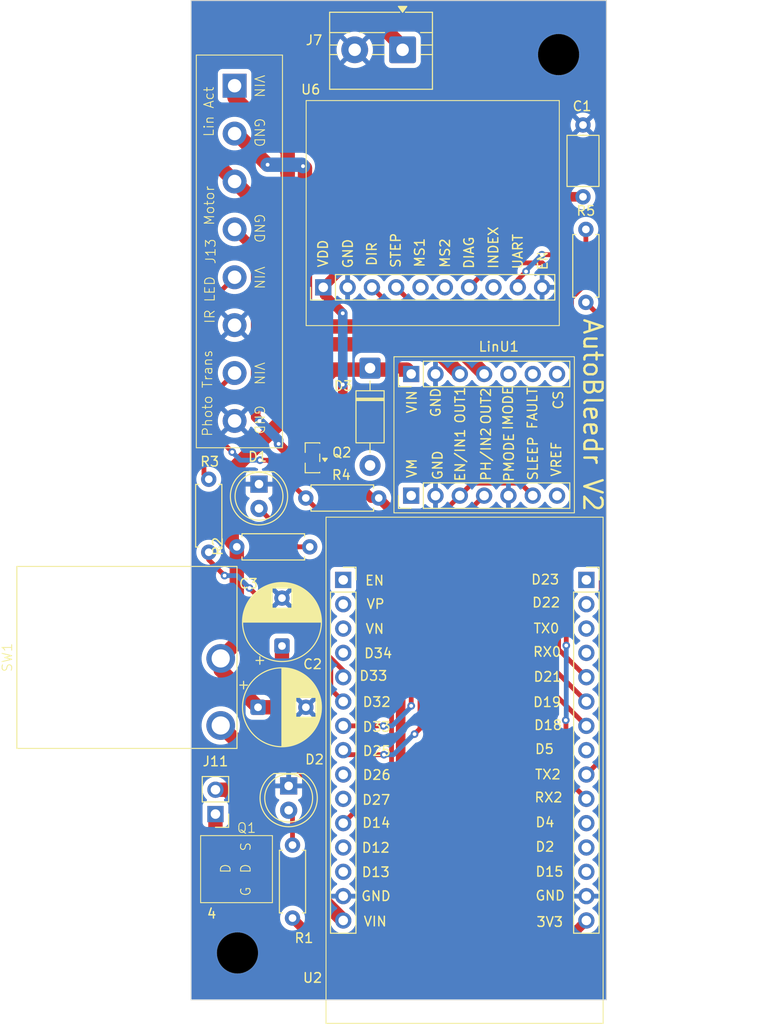
<source format=kicad_pcb>
(kicad_pcb (version 20241229) (generator "pcbnew") (generator_version "9.0")
  (layers (0 "F.Cu" signal) (4 "In1.Cu" signal) (6 "In2.Cu" signal) (2 "B.Cu" signal) (13 "F.Paste" user) (15 "B.Paste" user) (5 "F.SilkS" user "F.Silkscreen") (7 "B.SilkS" user "B.Silkscreen") (1 "F.Mask" user) (3 "B.Mask" user) (25 "Edge.Cuts" user))
  (net 0 "")
  (net 1 "/TMC UART")
  (net 2 "GND")
  (net 3 "/enable DRV")
  (net 4 "+3.3V")
  (net 5 "/linear actuator direction")
  (net 6 "+7.5V")
  (net 8 "/IR LED vin")
  (net 9 "D32")
  (net 10 "D35")
  (net 11 "/enable ERM DRV")
  (net 12 "/speed ERM DRV")
  (net 13 "/direction ERM DRV")
  (net 14 "/DIAG")
  (net 15 "/DIR")
  (net 16 "/STEP")
  (net 17 "/LIN ACT GND")
  (net 18 "/ERM neg")
  (net 19 "/LIN ACT VIN")
  (net 20 "Net-(U2-TX2)")
  (net 22 "Net-(D2-A)")
  (net 34 "Net-(D1-A)")
  (net 44 "/Battery+")
  (net 45 "/Battery-")
  (net 46 "VCC")
  (footprint "TerminalBlock:TerminalBlock_MaiXu_MX126-5.0-02P_1x02_P5.00mm" (layer "F.Cu") (at 71.099902 77.74995 180)
    (property "Reference" "J7" (at 9.25 1 180) (layer "F.SilkS"))
    (property "Value" "Screw_Terminal_01x02")
    (pad "1" thru_hole roundrect (at 0 0 180) (size 2.8 2.8) (drill 1.3) (layers "*.Cu" "*.Mask") (roundrect_rratio 0.089286) (net 6 "+7.5V"))
    (pad "2" thru_hole circle (at 5 0 180) (size 2.8 2.8) (drill 1.3) (layers "*.Cu" "*.Mask") (net 2 "GND"))
  )
  (footprint "Capacitor_THT:CP_Radial_D8.0mm_P5.00mm" (layer "F.Cu") (at 55.997251 146.39995)
    (property "Reference" "C2" (at 5.7 -4.5 0) (layer "F.SilkS"))
    (property "Value" "C_Polarized_US")
    (pad "1" thru_hole roundrect (at 0 0) (size 1.6 1.6) (drill 0.8) (layers "*.Cu" "*.Mask") (roundrect_rratio 0.15625) (net 6 "+7.5V"))
    (pad "2" thru_hole circle (at 5 0) (size 1.6 1.6) (drill 0.8) (layers "*.Cu" "*.Mask") (net 2 "GND"))
  )
  (footprint "clipboard:eeda8126-6381-443f-87cd-efa4496c9bff" (layer "F.Cu") (at 109.044902 112.16495)
    (property "Reference" "" (at -5.27 -0.15 0) (layer "F.SilkS") (effects (font (size 1.27 1.27))))
    (property "Value" "")
  )
  (footprint "MountingHole:MountingHole_4.3mm_M4_ISO7380_Pad" (layer "F.Cu") (at 53.849902 172.04995)
    (property "Reference" "4" (at -2.7 -4.1 0) (layer "F.SilkS"))
    (property "Value" "MountingHole_4.3mm_M4_ISO7380_Pad")
    (pad "" np_thru_hole circle (at 0 0) (size 7.6 7.6) (drill 4.3) (layers "*.Mask"))
  )
  (footprint "Diode_THT:D_DO-41_SOD81_P10.16mm_Horizontal" (layer "F.Cu") (at 67.699902 110.98995 -90)
    (property "Reference" "D3" (at 1.86 2.8 180) (layer "F.SilkS"))
    (property "Value" "1N4001")
    (pad "1" thru_hole roundrect (at 0 0 270) (size 2.2 2.2) (drill 1.1) (layers "*.Cu" "*.Mask") (roundrect_rratio 0.113636) (net 6 "+7.5V"))
    (pad "2" thru_hole circle (at 10.16 0 270) (size 2.2 2.2) (drill 1.1) (layers "*.Cu" "*.Mask") (net 18 "/ERM neg"))
  )
  (footprint "Resistor_THT:R_Axial_DIN0207_L6.3mm_D2.5mm_P7.62mm_Horizontal" (layer "F.Cu") (at 61.399902 129.64995 180)
    (property "Reference" "R2" (at 9.61 0.05 90) (layer "F.SilkS"))
    (property "Value" "2k2R")
    (pad "1" thru_hole circle (at 0 0 180) (size 1.6 1.6) (drill 0.8) (layers "*.Cu" "*.Mask") (net 34 "Net-(D1-A)"))
    (pad "2" thru_hole circle (at 7.62 0 180) (size 1.6 1.6) (drill 0.8) (layers "*.Cu" "*.Mask") (net 6 "+7.5V"))
  )
  (footprint "Capacitor_THT:CP_Radial_D8.0mm_P5.00mm" (layer "F.Cu") (at 58.499902 139.99995 90)
    (property "Reference" "C3" (at 6.5 -3.5 0) (layer "F.SilkS"))
    (property "Value" "C_Polarized_US")
    (pad "1" thru_hole roundrect (at 0 0 90) (size 1.6 1.6) (drill 0.8) (layers "*.Cu" "*.Mask") (roundrect_rratio 0.15625) (net 6 "+7.5V"))
    (pad "2" thru_hole circle (at 5 0 90) (size 1.6 1.6) (drill 0.8) (layers "*.Cu" "*.Mask") (net 2 "GND"))
  )
  (footprint "Resistor_THT:R_Axial_DIN0207_L6.3mm_D2.5mm_P7.62mm_Horizontal" (layer "F.Cu") (at 68.609902 124.54995 180)
    (property "Reference" "R4" (at 3.91 2.4 180) (layer "F.SilkS"))
    (property "Value" "330kR")
    (pad "1" thru_hole circle (at 0 0 180) (size 1.6 1.6) (drill 0.8) (layers "*.Cu" "*.Mask") (net 4 "+3.3V"))
    (pad "2" thru_hole circle (at 7.62 0 180) (size 1.6 1.6) (drill 0.8) (layers "*.Cu" "*.Mask") (net 10 "D35"))
  )
  (footprint "Resistor_THT:R_Axial_DIN0207_L6.3mm_D2.5mm_P7.62mm_Horizontal" (layer "F.Cu") (at 59.599902 160.78995 -90)
    (property "Reference" "R1" (at 9.71 -1.2 0) (layer "F.SilkS"))
    (property "Value" "220R")
    (pad "1" thru_hole circle (at 0 0 270) (size 1.6 1.6) (drill 0.8) (layers "*.Cu" "*.Mask") (net 22 "Net-(D2-A)"))
    (pad "2" thru_hole circle (at 7.62 0 270) (size 1.6 1.6) (drill 0.8) (layers "*.Cu" "*.Mask") (net 4 "+3.3V"))
  )
  (footprint "Connector_PinHeader_2.54mm:PinHeader_1x02_P2.54mm_Vertical" (layer "F.Cu") (at 51.549902 157.54995 180)
    (property "Reference" "J11" (at 0 5.5 0) (layer "F.SilkS"))
    (property "Value" "Conn_01x02_Pin")
    (pad "1" thru_hole rect (at 0 0 180) (size 1.7 1.7) (drill 1) (layers "*.Cu" "*.Mask") (net 44 "/Battery+"))
    (pad "2" thru_hole circle (at 0 2.54 180) (size 1.7 1.7) (drill 1) (layers "*.Cu" "*.Mask") (net 45 "/Battery-"))
  )
  (footprint "LED_THT:LED_D5.0mm_IRGrey" (layer "F.Cu") (at 56.099902 123.09995 -90)
    (property "Reference" "D1" (at -2.86 0.15 0) (layer "F.SilkS"))
    (property "Value" "Power_LED")
    (pad "1" thru_hole rect (at 0 0 270) (size 1.8 1.8) (drill 0.9) (layers "*.Cu" "*.Mask") (net 2 "GND"))
    (pad "2" thru_hole circle (at 2.54 0 270) (size 1.8 1.8) (drill 0.9) (layers "*.Cu" "*.Mask") (net 34 "Net-(D1-A)"))
  )
  (footprint "Capstone_Footprints:DVR8874" (layer "F.Cu") (at 70.199902 117.84995 90)
    (property "Reference" "LinU1" (at 9.1 10.95 0) (layer "F.SilkS"))
    (property "Value" "DVR8874")
    (fp_text user "GND" (at 1.65 4.95 90) (layer "F.SilkS") (effects (justify left bottom)))
    (fp_text user "PMODE" (at -5.1 12.6 90) (layer "F.SilkS") (effects (justify left bottom)))
    (fp_text user "IMODE" (at 0.3 12.5 90) (layer "F.SilkS") (effects (justify left bottom)))
    (fp_text user "VREF" (at -4.55 17.55 90) (layer "F.SilkS") (effects (justify left bottom)))
    (fp_text user "VM" (at -4.7 2.45 90) (layer "F.SilkS") (effects (justify left bottom)))
    (fp_text user "PH/IN2" (at -5 10.2 90) (layer "F.SilkS") (effects (justify left bottom)))
    (fp_text user "VIN" (at 2.05 2.45 90) (layer "F.SilkS") (effects (justify left bottom)))
    (fp_text user "OUT2" (at 0.9 10.2 90) (layer "F.SilkS") (effects (justify left bottom)))
    (fp_text user "SLEEP" (at -4.95 15.1 90) (layer "F.SilkS") (effects (justify left bottom)))
    (fp_text user "FAULT" (at 0.4 15.05 90) (layer "F.SilkS") (effects (justify left bottom)))
    (fp_text user "OUT1" (at 1 7.5 90) (layer "F.SilkS") (effects (justify left bottom)))
    (fp_text user "EN/IN1" (at -5.05 7.5 90) (layer "F.SilkS") (effects (justify left bottom)))
    (fp_text user "GND" (at -4.9 5.15 90) (layer "F.SilkS") (effects (justify left bottom)))
    (fp_text user "CS" (at 2.45 17.75 90) (layer "F.SilkS") (effects (justify left bottom)))
    (pad "1" thru_hole rect (at -6.45 1.8 90) (size 1.7 1.7) (drill 1) (layers "*.Cu" "*.Mask"))
    (pad "2" thru_hole oval (at -6.45 4.34 90) (size 1.7 1.7) (drill 1) (layers "*.Cu" "*.Mask") (net 2 "GND"))
    (pad "3" thru_hole oval (at -6.45 6.88 90) (size 1.7 1.7) (drill 1) (layers "*.Cu" "*.Mask") (net 3 "/enable DRV"))
    (pad "4" thru_hole oval (at -6.45 9.42 90) (size 1.7 1.7) (drill 1) (layers "*.Cu" "*.Mask") (net 5 "/linear actuator direction"))
    (pad "5" thru_hole oval (at -6.45 11.96 90) (size 1.7 1.7) (drill 1) (layers "*.Cu" "*.Mask") (net 2 "GND"))
    (pad "6" thru_hole oval (at -6.45 14.5 90) (size 1.7 1.7) (drill 1) (layers "*.Cu" "*.Mask") (net 3 "/enable DRV"))
    (pad "7" thru_hole oval (at -6.45 17.04 90) (size 1.7 1.7) (drill 1) (layers "*.Cu" "*.Mask"))
    (pad "8" thru_hole oval (at 6.25 17.04 90) (size 1.7 1.7) (drill 1) (layers "*.Cu" "*.Mask"))
    (pad "9" thru_hole oval (at 6.25 14.5 90) (size 1.7 1.7) (drill 1) (layers "*.Cu" "*.Mask"))
    (pad "10" thru_hole oval (at 6.25 11.96 90) (size 1.7 1.7) (drill 1) (layers "*.Cu" "*.Mask"))
    (pad "11" thru_hole oval (at 6.25 9.42 90) (size 1.7 1.7) (drill 1) (layers "*.Cu" "*.Mask") (net 17 "/LIN ACT GND"))
    (pad "12" thru_hole oval (at 6.25 6.88 90) (size 1.7 1.7) (drill 1) (layers "*.Cu" "*.Mask") (net 19 "/LIN ACT VIN"))
    (pad "13" thru_hole oval (at 6.25 4.34 90) (size 1.7 1.7) (drill 1) (layers "*.Cu" "*.Mask") (net 2 "GND"))
    (pad "14" thru_hole rect (at 6.25 1.8 90) (size 1.7 1.7) (drill 1) (layers "*.Cu" "*.Mask") (net 6 "+7.5V"))
  )
  (footprint "Resistor_THT:R_Axial_DIN0207_L6.3mm_D2.5mm_P7.62mm_Horizontal" (layer "F.Cu") (at 90.249902 104.11995 90)
    (property "Reference" "R5" (at 9.56 0 180) (layer "F.SilkS"))
    (property "Value" "1500R")
    (pad "1" thru_hole circle (at 0 0 90) (size 1.6 1.6) (drill 0.8) (layers "*.Cu" "*.Mask") (net 20 "Net-(U2-TX2)"))
    (pad "2" thru_hole circle (at 7.62 0 90) (size 1.6 1.6) (drill 0.8) (layers "*.Cu" "*.Mask") (net 1 "/TMC UART"))
  )
  (footprint "Resistor_THT:R_Axial_DIN0207_L6.3mm_D2.5mm_P7.62mm_Horizontal" (layer "F.Cu") (at 50.849902 130.20995 90)
    (property "Reference" "R3" (at 9.46 0.1 0) (layer "F.SilkS"))
    (property "Value" "220R")
    (pad "1" thru_hole circle (at 0 0 90) (size 1.6 1.6) (drill 0.8) (layers "*.Cu" "*.Mask") (net 9 "D32"))
    (pad "2" thru_hole circle (at 7.62 0 90) (size 1.6 1.6) (drill 0.8) (layers "*.Cu" "*.Mask") (net 8 "/IR LED vin"))
  )
  (footprint "Screw_Terminal_1x8:Screw_Terminal_1x8" (layer "F.Cu") (at 54.549902 98.79995 -90)
    (property "Reference" "J13" (at 0 3.5 90) (layer "F.SilkS") (effects (font (thickness 0.1))))
    (property "Value" "Screw_Terminal_01x08")
    (fp_text user "Lin Act" (at -11.9 3.1 90) (layer "F.SilkS") (effects (font (thickness 0.1)) (justify left bottom)))
    (fp_text user "Motor" (at -2.65 3.05 90) (layer "F.SilkS") (effects (font (thickness 0.1)) (justify left bottom)))
    (fp_text user "GND" (at -14 -1 270) (layer "F.SilkS") (effects (font (thickness 0.1)) (justify left bottom)))
    (fp_text user "Photo Trans" (at 19.4 3.25 90) (layer "F.SilkS") (effects (font (thickness 0.1)) (justify left bottom)))
    (fp_text user "VIN" (at 11.5 -1 270) (layer "F.SilkS") (effects (font (thickness 0.1)) (justify left bottom)))
    (fp_text user "VIN" (at 1.5 -1 270) (layer "F.SilkS") (effects (font (thickness 0.1)) (justify left bottom)))
    (fp_text user "GND" (at 16 -1 270) (layer "F.SilkS") (effects (font (thickness 0.1)) (justify left bottom)))
    (fp_text user "IR LED" (at 7.6 3 90) (layer "F.SilkS") (effects (font (thickness 0.1)) (justify left bottom)))
    (fp_text user "GND" (at -4 -1 270) (layer "F.SilkS") (effects (font (thickness 0.1)) (justify left bottom)))
    (pad "1" thru_hole rect (at -17.3 1 270) (size 2.5 2.5) (drill 1.4) (layers "*.Cu" "*.Mask") (net 19 "/LIN ACT VIN"))
    (pad "2" thru_hole circle (at -12.3 1 270) (size 2.5 2.5) (drill 1.4) (layers "*.Cu" "*.Mask") (net 17 "/LIN ACT GND"))
    (pad "3" thru_hole circle (at -7.3 1 270) (size 2.5 2.5) (drill 1.4) (layers "*.Cu" "*.Mask") (net 6 "+7.5V"))
    (pad "4" thru_hole circle (at -2.3 1 270) (size 2.5 2.5) (drill 1.4) (layers "*.Cu" "*.Mask") (net 18 "/ERM neg"))
    (pad "5" thru_hole circle (at 2.7 1 270) (size 2.5 2.5) (drill 1.4) (layers "*.Cu" "*.Mask") (net 8 "/IR LED vin"))
    (pad "6" thru_hole circle (at 7.7 1 270) (size 2.5 2.5) (drill 1.4) (layers "*.Cu" "*.Mask") (net 2 "GND"))
    (pad "7" thru_hole circle (at 12.7 1 270) (size 2.5 2.5) (drill 1.4) (layers "*.Cu" "*.Mask") (net 10 "D35"))
    (pad "8" thru_hole circle (at 17.7 1 270) (size 2.5 2.5) (drill 1.4) (layers "*.Cu" "*.Mask") (net 2 "GND"))
  )
  (footprint "MountingHole:MountingHole_4.3mm_M4_ISO7380_Pad" (layer "F.Cu") (at 87.399902 78.24995)
    (property "Reference" "2" (hide yes))
    (property "Value" "MountingHole_4.3mm_M4_ISO7380_Pad")
    (pad "" np_thru_hole circle (at 0 0) (size 7.6 7.6) (drill 4.3) (layers "*.Mask"))
  )
  (footprint "Package_TO_SOT_SMD:SOT-23" (layer "F.Cu") (at 61.687402 120.34995 180)
    (property "Reference" "Q2" (at -3.0625 0.55 180) (layer "F.SilkS"))
    (property "Value" "IRLML2060")
    (pad "1" smd roundrect (at -0.9375 -0.95 180) (size 1.475 0.6) (layers "F.Cu" "F.Mask" "F.Paste") (net 12 "/speed ERM DRV"))
    (pad "2" smd roundrect (at -0.9375 0.95 180) (size 1.475 0.6) (layers "F.Cu" "F.Mask" "F.Paste") (net 2 "GND"))
    (pad "3" smd roundrect (at 0.9375 0 180) (size 1.475 0.6) (layers "F.Cu" "F.Mask" "F.Paste") (net 18 "/ERM neg"))
  )
  (footprint "Capstone_Footprints:ESP32" (layer "F.Cu") (at 64.999902 133.09995)
    (property "Reference" "U2" (at -3.3 41.55 0) (layer "F.SilkS"))
    (property "Value" "ESP32")
    (fp_text user "D33" (at 1.845 15.935 0) (layer "F.SilkS") (effects (justify left bottom)))
    (fp_text user "D26" (at 1.85 20.95 0) (layer "F.SilkS") (effects (justify left bottom)))
    (fp_text user "D2" (at 19.9 28.45 0) (layer "F.SilkS") (effects (justify left bottom)))
    (fp_text user "EN" (at 2.1 0.65 0) (layer "F.SilkS") (effects (justify left bottom)))
    (fp_text user "D22" (at 19.55 2.95 0) (layer "F.SilkS") (effects (justify left bottom)))
    (fp_text user "D25" (at 1.85 18.45 0) (layer "F.SilkS") (effects (justify left bottom)))
    (fp_text user "3V3" (at 20 36.3 0) (layer "F.SilkS") (effects (justify left bottom)))
    (fp_text user "TX2" (at 19.85 20.9 0) (layer "F.SilkS") (effects (justify left bottom)))
    (fp_text user "RX0" (at 19.65 8.1 0) (layer "F.SilkS") (effects (justify left bottom)))
    (fp_text user "D34" (at 2 8.25 0) (layer "F.SilkS") (effects (justify left bottom)))
    (fp_text user "D14" (at 1.8 25.95 0) (layer "F.SilkS") (effects (justify left bottom)))
    (fp_text user "TX0" (at 19.7 5.65 0) (layer "F.SilkS") (effects (justify left bottom)))
    (fp_text user "D5" (at 19.85 18.25 0) (layer "F.SilkS") (effects (justify left bottom)))
    (fp_text user "D13" (at 1.75 31.1 0) (layer "F.SilkS") (effects (justify left bottom)))
    (fp_text user "D32" (at 1.845 13.335 0) (layer "F.SilkS") (effects (justify left bottom)))
    (fp_text user "GND" (at 1.7 33.6 0) (layer "F.SilkS") (effects (justify left bottom)))
    (fp_text user "VN" (at 2.15 5.7 0) (layer "F.SilkS") (effects (justify left bottom)))
    (fp_text user "D27" (at 1.8 23.55 0) (layer "F.SilkS") (effects (justify left bottom)))
    (fp_text user "D23" (at 19.45 0.55 0) (layer "F.SilkS") (effects (justify left bottom)))
    (fp_text user "D4" (at 19.9 25.9 0) (layer "F.SilkS") (effects (justify left bottom)))
    (fp_text user "D19" (at 19.65 13.35 0) (layer "F.SilkS") (effects (justify left bottom)))
    (fp_text user "D18" (at 19.75 15.75 0) (layer "F.SilkS") (effects (justify left bottom)))
    (fp_text user "VIN" (at 1.95 36.25 0) (layer "F.SilkS") (effects (justify left bottom)))
    (fp_text user "D21" (at 19.7 10.7 0) (layer "F.SilkS") (effects (justify left bottom)))
    (fp_text user "VP" (at 2.25 3.1 0) (layer "F.SilkS") (effects (justify left bottom)))
    (fp_text user "D15" (at 19.9 31.05 0) (layer "F.SilkS") (effects (justify left bottom)))
    (fp_text user "GND" (at 19.9 33.55 0) (layer "F.SilkS") (effects (justify left bottom)))
    (fp_text user "RX2" (at 19.8 23.3 0) (layer "F.SilkS") (effects (justify left bottom)))
    (fp_text user "D12" (at 1.75 28.55 0) (layer "F.SilkS") (effects (justify left bottom)))
    (pad "1" thru_hole rect (at -0.1 0) (size 1.7 1.7) (drill 1) (layers "*.Cu" "*.Mask"))
    (pad "2" thru_hole oval (at -0.1 2.54) (size 1.7 1.7) (drill 1) (layers "*.Cu" "*.Mask"))
    (pad "3" thru_hole oval (at -0.1 5.08) (size 1.7 1.7) (drill 1) (layers "*.Cu" "*.Mask"))
    (pad "4" thru_hole oval (at -0.1 7.62) (size 1.7 1.7) (drill 1) (layers "*.Cu" "*.Mask"))
    (pad "5" thru_hole oval (at -0.1 10.16) (size 1.7 1.7) (drill 1) (layers "*.Cu" "*.Mask") (net 10 "D35"))
    (pad "6" thru_hole oval (at -0.1 12.7) (size 1.7 1.7) (drill 1) (layers "*.Cu" "*.Mask") (net 9 "D32"))
    (pad "7" thru_hole oval (at -0.1 15.24) (size 1.7 1.7) (drill 1) (layers "*.Cu" "*.Mask") (net 3 "/enable DRV"))
    (pad "8" thru_hole oval (at -0.1 17.78) (size 1.7 1.7) (drill 1) (layers "*.Cu" "*.Mask") (net 5 "/linear actuator direction"))
    (pad "9" thru_hole oval (at -0.1 20.32) (size 1.7 1.7) (drill 1) (layers "*.Cu" "*.Mask") (net 11 "/enable ERM DRV"))
    (pad "10" thru_hole oval (at -0.1 22.86) (size 1.7 1.7) (drill 1) (layers "*.Cu" "*.Mask") (net 13 "/direction ERM DRV"))
    (pad "11" thru_hole oval (at -0.1 25.4) (size 1.7 1.7) (drill 1) (layers "*.Cu" "*.Mask") (net 12 "/speed ERM DRV"))
    (pad "12" thru_hole oval (at -0.1 27.94) (size 1.7 1.7) (drill 1) (layers "*.Cu" "*.Mask"))
    (pad "13" thru_hole oval (at -0.1 30.48) (size 1.7 1.7) (drill 1) (layers "*.Cu" "*.Mask"))
    (pad "14" thru_hole oval (at -0.1 33.02) (size 1.7 1.7) (drill 1) (layers "*.Cu" "*.Mask") (net 2 "GND"))
    (pad "15" thru_hole oval (at -0.1 35.56) (size 1.7 1.7) (drill 1) (layers "*.Cu" "*.Mask") (net 6 "+7.5V"))
    (pad "16" thru_hole oval (at 25.3 35.56) (size 1.7 1.7) (drill 1) (layers "*.Cu" "*.Mask") (net 4 "+3.3V"))
    (pad "17" thru_hole oval (at 25.3 33.02) (size 1.7 1.7) (drill 1) (layers "*.Cu" "*.Mask") (net 2 "GND"))
    (pad "18" thru_hole oval (at 25.3 30.48) (size 1.7 1.7) (drill 1) (layers "*.Cu" "*.Mask"))
    (pad "19" thru_hole oval (at 25.3 27.94) (size 1.7 1.7) (drill 1) (layers "*.Cu" "*.Mask"))
    (pad "20" thru_hole oval (at 25.3 25.4) (size 1.7 1.7) (drill 1) (layers "*.Cu" "*.Mask"))
    (pad "21" thru_hole oval (at 25.3 22.86) (size 1.7 1.7) (drill 1) (layers "*.Cu" "*.Mask") (net 1 "/TMC UART"))
    (pad "22" thru_hole oval (at 25.3 20.32) (size 1.7 1.7) (drill 1) (layers "*.Cu" "*.Mask") (net 20 "Net-(U2-TX2)"))
    (pad "23" thru_hole oval (at 25.3 17.78) (size 1.7 1.7) (drill 1) (layers "*.Cu" "*.Mask"))
    (pad "24" thru_hole oval (at 25.3 15.24) (size 1.7 1.7) (drill 1) (layers "*.Cu" "*.Mask") (net 15 "/DIR"))
    (pad "25" thru_hole oval (at 25.3 12.7) (size 1.7 1.7) (drill 1) (layers "*.Cu" "*.Mask") (net 16 "/STEP"))
    (pad "26" thru_hole oval (at 25.3 10.16) (size 1.7 1.7) (drill 1) (layers "*.Cu" "*.Mask") (net 14 "/DIAG"))
    (pad "27" thru_hole oval (at 25.3 7.62) (size 1.7 1.7) (drill 1) (layers "*.Cu" "*.Mask"))
    (pad "28" thru_hole oval (at 25.3 5.08) (size 1.7 1.7) (drill 1) (layers "*.Cu" "*.Mask"))
    (pad "29" thru_hole oval (at 25.3 2.54) (size 1.7 1.7) (drill 1) (layers "*.Cu" "*.Mask"))
    (pad "30" thru_hole rect (at 25.3 0) (size 1.7 1.7) (drill 1) (layers "*.Cu" "*.Mask"))
  )
  (footprint "Capacitor_THT:C_Axial_L5.1mm_D3.1mm_P7.50mm_Horizontal" (layer "F.Cu") (at 89.949902 93.09995 90)
    (property "Reference" "C1" (at 9.46 -0.1 0) (layer "F.SilkS"))
    (property "Value" "0u1C")
    (pad "1" thru_hole circle (at 0 0 90) (size 1.6 1.6) (drill 0.8) (layers "*.Cu" "*.Mask") (net 4 "+3.3V"))
    (pad "2" thru_hole circle (at 7.5 0 90) (size 1.6 1.6) (drill 0.8) (layers "*.Cu" "*.Mask") (net 2 "GND"))
  )
  (footprint "Capstone_Footprints:R1966ABLKBLKGR" (layer "F.Cu") (at 41.799902 141.19995 90)
    (property "Reference" "SW1" (at 0 -12 90) (layer "F.SilkS") (effects (font (thickness 0.1))))
    (property "Value" "SW_SPST")
    (pad "1" thru_hole circle (at -7.1 10.3 90) (size 3 3) (drill 1.9) (layers "*.Cu" "*.Mask") (net 46 "VCC"))
    (pad "2" thru_hole circle (at -0.1 10.3 90) (size 3 3) (drill 1.9) (layers "*.Cu" "*.Mask") (net 6 "+7.5V"))
  )
  (footprint "Capstone_Footprints:DMP6023LE" (layer "F.Cu") (at 53.499902 163.29995 90)
    (property "Reference" "Q1" (at 4.3 1.3 0) (layer "F.SilkS") (effects (font (thickness 0.1))))
    (property "Value" "PMOS")
    (fp_text user "D" (at -0.5 -0.3 90) (layer "F.SilkS") (effects (font (thickness 0.1)) (justify left bottom)))
    (fp_text user "S" (at 1.8 1.8 90) (layer "F.SilkS") (effects (font (thickness 0.1)) (justify left bottom)))
    (fp_text user "D" (at -0.5 1.8 90) (layer "F.SilkS") (effects (font (thickness 0.1)) (justify left bottom)))
    (fp_text user "G" (at -2.9 1.8 90) (layer "F.SilkS") (effects (font (thickness 0.1)) (justify left bottom)))
    (pad "1" smd roundrect (at -2.3 3 90) (size 1.25 1.75) (layers "F.Cu" "F.Mask" "F.Paste") (roundrect_rratio 0.15) (net 45 "/Battery-"))
    (pad "2" smd roundrect (at 0 3 90) (size 1.25 1.75) (layers "F.Cu" "F.Mask" "F.Paste") (roundrect_rratio 0.15))
    (pad "3" smd roundrect (at 2.3 3 90) (size 1.25 1.75) (layers "F.Cu" "F.Mask" "F.Paste") (roundrect_rratio 0.15) (net 46 "VCC"))
    (pad "4" smd roundrect (at 0 -2.5 90) (size 3 1.75) (layers "F.Cu" "F.Mask" "F.Paste") (roundrect_rratio 0.15) (net 44 "/Battery+"))
  )
  (footprint "LED_THT:LED_D5.0mm_IRGrey" (layer "F.Cu") (at 59.199902 154.60995 -90)
    (property "Reference" "D2" (at -2.76 -2.7 0) (layer "F.SilkS"))
    (property "Value" "Power_LED")
    (pad "1" thru_hole rect (at 0 0 270) (size 1.8 1.8) (drill 0.9) (layers "*.Cu" "*.Mask") (net 2 "GND"))
    (pad "2" thru_hole circle (at 2.54 0 270) (size 1.8 1.8) (drill 0.9) (layers "*.Cu" "*.Mask") (net 22 "Net-(D2-A)"))
  )
  (footprint "Capstone_Footprints:TMC2209" (layer "F.Cu") (at 74.194902 95.04995)
    (property "Reference" "U6" (at -12.695 -13.15 0) (layer "F.SilkS"))
    (property "Value" "TMC2209")
    (fp_text user "DIR" (at -5.72 5.35 90) (layer "F.SilkS") (effects (justify left bottom)))
    (fp_text user "MS1" (at -0.72 5.5 90) (layer "F.SilkS") (effects (justify left bottom)))
    (fp_text user "GND" (at -8.22 5.6 90) (layer "F.SilkS") (effects (justify left bottom)))
    (fp_text user "INDEX" (at 6.98 5.65 90) (layer "F.SilkS") (effects (justify left bottom)))
    (fp_text user "UART" (at 9.53 5.7 90) (layer "F.SilkS") (effects (justify left bottom)))
    (fp_text user "STEP" (at -3.22 5.55 90) (layer "F.SilkS") (effects (justify left bottom)))
    (fp_text user "EN" (at 12.13 5.8 90) (layer "F.SilkS") (effects (justify left bottom)))
    (fp_text user "DIAG" (at 4.43 5.65 90) (layer "F.SilkS") (effects (justify left bottom)))
    (fp_text user "MS2" (at 1.93 5.55 90) (layer "F.SilkS") (effects (justify left bottom)))
    (fp_text user "VDD" (at -10.82 5.5 90) (layer "F.SilkS") (effects (justify left bottom)))
    (pad "1" thru_hole rect (at -11.38 7.5 90) (size 1.7 1.7) (drill 1) (layers "*.Cu" "*.Mask") (net 4 "+3.3V"))
    (pad "2" thru_hole oval (at -8.84 7.5 90) (size 1.7 1.7) (drill 1) (layers "*.Cu" "*.Mask") (net 2 "GND"))
    (pad "3" thru_hole oval (at -6.3 7.5 90) (size 1.7 1.7) (drill 1) (layers "*.Cu" "*.Mask") (net 15 "/DIR"))
    (pad "4" thru_hole oval (at -3.76 7.5 90) (size 1.7 1.7) (drill 1) (layers "*.Cu" "*.Mask") (net 16 "/STEP"))
    (pad "5" thru_hole oval (at -1.22 7.5 90) (size 1.7 1.7) (drill 1) (layers "*.Cu" "*.Mask"))
    (pad "6" thru_hole oval (at 1.32 7.5 90) (size 1.7 1.7) (drill 1) (layers "*.Cu" "*.Mask"))
    (pad "7" thru_hole oval (at 3.86 7.5 90) (size 1.7 1.7) (drill 1) (layers "*.Cu" "*.Mask") (net 14 "/DIAG"))
    (pad "8" thru_hole oval (at 6.4 7.5 90) (size 1.7 1.7) (drill 1) (layers "*.Cu" "*.Mask"))
    (pad "9" thru_hole oval (at 8.94 7.5 90) (size 1.7 1.7) (drill 1) (layers "*.Cu" "*.Mask") (net 1 "/TMC UART"))
    (pad "10" thru_hole oval (at 11.48 7.5 90) (size 1.7 1.7) (drill 1) (layers "*.Cu" "*.Mask") (net 2 "GND"))
  )
  (gr_rect (start 48.999902 72.59995) (end 92.399902 176.94995) (stroke (width 0.1)) (fill no) (layer "Edge.Cuts"))
  (gr_text "AutoBleedr V2\n" (at 89.849902 105.64995 270) (layer "F.SilkS") (effects (font (size 1.905 1.905) (thickness 0.254)) (justify left bottom)))
  (gr_text "D33\n" (at 66.499902 143.69995 0) (layer "F.SilkS") (effects (font (size 1 1)) (justify left bottom)))
  (gr_text "VIN" (at 55.549902 80.29995 270) (layer "F.SilkS") (effects (font (size 1 1) (thickness 0.1)) (justify left bottom)))
  (segment (start 88.749902 103.69995) (end 88.749902 105.04995) (width 0.5) (layer "F.Cu") (net 1))
  (segment (start 90.109902 96.49995) (end 90.249902 96.49995) (width 0.5) (layer "F.Cu") (net 1))
  (segment (start 85.649902 99.14995) (end 90.149902 99.14995) (width 0.5) (layer "F.Cu") (net 1))
  (segment (start 83.134902 101.76495) (end 83.999902 100.89995) (width 0.5) (layer "F.Cu") (net 1))
  (segment (start 90.249902 96.49995) (end 90.249902 99.24995) (width 0.5) (layer "F.Cu") (net 1))
  (segment (start 88.149902 147.74995) (end 88.169902 147.76995) (width 0.5) (layer "F.Cu") (net 1))
  (segment (start 90.199902 101.59995) (end 90.249902 101.64995) (width 0.5) (layer "F.Cu") (net 1))
  (segment (start 91.149902 129.44995) (end 88.199902 132.39995) (width 0.5) (layer "F.Cu") (net 1))
  (segment (start 90.249902 102.19995) (end 88.749902 103.69995) (width 0.5) (layer "F.Cu") (net 1))
  (segment (start 90.149902 99.14995) (end 90.249902 99.24995) (width 0.5) (layer "F.Cu") (net 1))
  (segment (start 88.169902 153.82995) (end 90.299902 155.95995) (width 0.5) (layer "F.Cu") (net 1))
  (segment (start 90.249902 99.24995) (end 90.249902 101.64995) (width 0.5) (layer "F.Cu") (net 1))
  (segment (start 88.169902 147.76995) (end 88.169902 153.82995) (width 0.5) (layer "F.Cu") (net 1))
  (segment (start 91.149902 107.44995) (end 91.149902 129.44995) (width 0.5) (layer "F.Cu") (net 1))
  (segment (start 88.199902 140.04995) (end 88.199902 139.94995) (width 0.5) (layer "F.Cu") (net 1))
  (segment (start 83.134902 102.54995) (end 83.134902 101.76495) (width 0.5) (layer "F.Cu") (net 1))
  (segment (start 88.199902 132.39995) (end 88.199902 140.04995) (width 0.5) (layer "F.Cu") (net 1))
  (segment (start 90.249902 101.64995) (end 90.249902 102.19995) (width 0.5) (layer "F.Cu") (net 1))
  (segment (start 88.749902 105.04995) (end 91.149902 107.44995) (width 0.5) (layer "F.Cu") (net 1))
  (via (at 85.649902 99.14995) (size 0.8) (drill 0.4) (layers "F.Cu" "B.Cu") (net 1))
  (via (at 88.199902 139.94995) (size 0.8) (drill 0.4) (layers "F.Cu" "B.Cu") (net 1))
  (via (at 83.999902 100.89995) (size 0.8) (drill 0.4) (layers "F.Cu" "B.Cu") (net 1))
  (via (at 88.149902 147.74995) (size 0.8) (drill 0.4) (layers "F.Cu" "B.Cu") (net 1))
  (segment (start 83.999902 100.79995) (end 85.649902 99.14995) (width 0.5) (layer "B.Cu") (net 1))
  (segment (start 88.199902 139.94995) (end 88.199902 147.69995) (width 0.5) (layer "B.Cu") (net 1))
  (segment (start 88.199902 147.69995) (end 88.149902 147.74995) (width 0.5) (layer "B.Cu") (net 1))
  (segment (start 83.999902 100.89995) (end 83.999902 100.79995) (width 0.5) (layer "B.Cu") (net 1))
  (segment (start 83.398902 122.99895) (end 78.380902 122.99895) (width 0.5) (layer "F.Cu") (net 3))
  (segment (start 84.699902 124.29995) (end 83.398902 122.99895) (width 0.5) (layer "F.Cu") (net 3))
  (segment (start 77.079902 124.29995) (end 71.999902 129.37995) (width 0.5) (layer "F.Cu") (net 3))
  (segment (start 78.380902 122.99895) (end 77.079902 124.29995) (width 0.5) (layer "F.Cu") (net 3))
  (segment (start 69.099902 148.33995) (end 64.899902 148.33995) (width 0.5) (layer "F.Cu") (net 3))
  (segment (start 71.999902 129.37995) (end 71.999902 146.24995) (width 0.5) (layer "F.Cu") (net 3))
  (via (at 71.999902 146.24995) (size 0.8) (drill 0.4) (layers "F.Cu" "B.Cu") (net 3))
  (via (at 69.099902 148.33995) (size 0.8) (drill 0.4) (layers "F.Cu" "B.Cu") (net 3))
  (segment (start 70.009902 148.33995) (end 71.999902 146.34995) (width 0.5) (layer "B.Cu") (net 3))
  (segment (start 71.999902 146.34995) (end 71.999902 146.24995) (width 0.5) (layer "B.Cu") (net 3))
  (segment (start 69.099902 148.33995) (end 70.009902 148.33995) (width 0.5) (layer "B.Cu") (net 3))
  (segment (start 70.949902 170.64995) (end 71.149902 170.44995) (width 0.5) (layer "F.Cu") (net 4))
  (segment (start 61.839902 170.64995) (end 59.599902 168.40995) (width 1) (layer "F.Cu") (net 4))
  (segment (start 90.299902 168.65995) (end 88.309902 170.64995) (width 1) (layer "F.Cu") (net 4))
  (segment (start 68.609902 124.54995) (end 67.820054 124.54995) (width 1) (layer "F.Cu") (net 4))
  (segment (start 64.849902 121.579798) (end 64.849902 112.69995) (width 1) (layer "F.Cu") (net 4))
  (segment (start 88.309902 170.64995) (end 61.839902 170.64995) (width 1) (layer "F.Cu") (net 4))
  (segment (start 70.949902 170.64995) (end 70.899902 170.59995) (width 1) (layer "F.Cu") (net 4))
  (segment (start 62.814902 102.54995) (end 72.264902 93.09995) (width 1) (layer "F.Cu") (net 4))
  (segment (start 72.264902 93.09995) (end 89.949902 93.09995) (width 1) (layer "F.Cu") (net 4))
  (segment (start 71.149902 170.44995) (end 71.149902 169.96095) (width 0.5) (layer "F.Cu") (net 4))
  (segment (start 70.899902 170.59995) (end 70.899902 126.83995) (width 1) (layer "F.Cu") (net 4))
  (segment (start 64.849902 105.25995) (end 62.939902 103.34995) (width 1) (layer "F.Cu") (net 4))
  (segment (start 67.820054 124.54995) (end 64.849902 121.579798) (width 1) (layer "F.Cu") (net 4))
  (segment (start 70.899902 126.83995) (end 68.609902 124.54995) (width 1) (layer "F.Cu") (net 4))
  (via (at 64.849902 112.69995) (size 0.8) (drill 0.4) (layers "F.Cu" "B.Cu") (net 4))
  (via (at 64.849902 105.25995) (size 0.8) (drill 0.4) (layers "F.Cu" "B.Cu") (net 4))
  (segment (start 64.849902 112.69995) (end 64.849902 105.25995) (width 1) (layer "B.Cu") (net 4))
  (segment (start 69.149902 151.34995) (end 65.369902 151.34995) (width 0.5) (layer "F.Cu") (net 5))
  (segment (start 72.918902 131.00095) (end 72.918902 148.63095) (width 0.5) (layer "F.Cu") (net 5))
  (segment (start 79.619902 124.29995) (end 72.918902 131.00095) (width 0.5) (layer "F.Cu") (net 5))
  (segment (start 72.918902 148.63095) (end 72.349902 149.19995) (width 0.5) (layer "F.Cu") (net 5))
  (segment (start 65.369902 151.34995) (end 64.899902 150.87995) (width 0.5) (layer "F.Cu") (net 5))
  (via (at 72.349902 149.19995) (size 0.8) (drill 0.4) (layers "F.Cu" "B.Cu") (net 5))
  (via (at 69.149902 151.34995) (size 0.8) (drill 0.4) (layers "F.Cu" "B.Cu") (net 5))
  (segment (start 72.299902 149.19995) (end 72.349902 149.19995) (width 0.5) (layer "B.Cu") (net 5))
  (segment (start 69.149902 151.34995) (end 70.149902 151.34995) (width 0.5) (layer "B.Cu") (net 5))
  (segment (start 70.149902 151.34995) (end 72.299902 149.19995) (width 0.5) (layer "B.Cu") (net 5))
  (segment (start 57.221902 114.32195) (end 58.924902 116.02495) (width 1.5) (layer "F.Cu") (net 6))
  (segment (start 57.221902 95.17195) (end 57.221902 114.32195) (width 1.5) (layer "F.Cu") (net 6))
  (segment (start 62.549902 166.316949) (end 64.892903 168.65995) (width 1.5) (layer "F.Cu") (net 6))
  (segment (start 64.892903 168.65995) (end 64.899902 168.65995) (width 1.5) (layer "F.Cu") (net 6))
  (segment (start 52.099902 141.29995) (end 52.099902 142.502601) (width 1.5) (layer "F.Cu") (net 6))
  (segment (start 68.449902 74.79995) (end 71.099902 77.44995) (width 1.5) (layer "F.Cu") (net 6))
  (segment (start 53.779902 129.64995) (end 53.249902 129.11995) (width 1.5) (layer "F.Cu") (net 6))
  (segment (start 50.899902 88.84995) (end 50.899902 79.74795) (width 1.5) (layer "F.Cu") (net 6))
  (segment (start 58.499902 143.897299) (end 58.499902 146.44995) (width 1.5) (layer "F.Cu") (net 6))
  (segment (start 58.924902 116.02495) (end 63.809902 111.13995) (width 1.5) (layer "F.Cu") (net 6))
  (segment (start 55.847902 74.79995) (end 68.449902 74.79995) (width 1.5) (layer "F.Cu") (net 6))
  (segment (start 58.499902 139.99995) (end 58.499902 143.897299) (width 1.5) (layer "F.Cu") (net 6))
  (segment (start 53.549902 91.49995) (end 50.899902 88.84995) (width 1.5) (layer "F.Cu") (net 6))
  (segment (start 53.549902 91.49995) (end 57.221902 95.17195) (width 1.5) (layer "F.Cu") (net 6))
  (segment (start 58.499902 146.44995) (end 58.499902 150.614951) (width 1.5) (layer "F.Cu") (net 6))
  (segment (start 58.499902 150.614951) (end 62.549902 154.664951) (width 1.5) (layer "F.Cu") (net 6))
  (segment (start 53.249902 121.69995) (end 57.524902 117.42495) (width 1.5) (layer "F.Cu") (net 6))
  (segment (start 52.099902 141.29995) (end 53.779902 139.61995) (width 1.5) (layer "F.Cu") (net 6))
  (segment (start 57.524902 117.42495) (end 58.924902 116.02495) (width 1.5) (layer "F.Cu") (net 6))
  (segment (start 50.899902 79.74795) (end 55.847902 74.79995) (width 1.5) (layer "F.Cu") (net 6))
  (segment (start 71.099902 77.44995) (end 71.099902 77.74995) (width 1.5) (layer "F.Cu") (net 6))
  (segment (start 55.997251 146.39995) (end 58.449902 146.39995) (width 1.5) (layer "F.Cu") (net 6))
  (segment (start 53.249902 129.11995) (end 53.249902 121.69995) (width 1.5) (layer "F.Cu") (net 6))
  (segment (start 62.549902 154.664951) (end 62.549902 166.316949) (width 1.5) (layer "F.Cu") (net 6))
  (segment (start 63.809902 111.13995) (end 71.539902 111.13995) (width 1.5) (layer "F.Cu") (net 6))
  (segment (start 53.779902 139.61995) (end 53.779902 129.64995) (width 1.5) (layer "F.Cu") (net 6))
  (segment (start 71.539902 111.13995) (end 71.999902 111.59995) (width 1.5) (layer "F.Cu") (net 6))
  (segment (start 58.449902 146.39995) (end 58.499902 146.44995) (width 1.5) (layer "F.Cu") (net 6))
  (segment (start 57.349902 117.24995) (end 57.524902 117.42495) (width 1) (layer "F.Cu") (net 6))
  (segment (start 52.099902 142.502601) (end 55.997251 146.39995) (width 1.5) (layer "F.Cu") (net 6))
  (segment (start 50.349902 104.69995) (end 53.549902 101.49995) (width 0.5) (layer "F.Cu") (net 8))
  (segment (start 50.849902 122.58995) (end 50.349902 122.08995) (width 0.5) (layer "F.Cu") (net 8))
  (segment (start 50.349902 122.08995) (end 50.349902 104.69995) (width 0.5) (layer "F.Cu") (net 8))
  (segment (start 51.359902 130.20995) (end 50.849902 130.20995) (width 0.5) (layer "F.Cu") (net 9))
  (segment (start 50.849902 130.20995) (end 50.849902 130.99995) (width 0.5) (layer "F.Cu") (net 9))
  (segment (start 55.099902 133.94995) (end 63.598902 142.44895) (width 0.5) (layer "F.Cu") (net 9))
  (segment (start 64.899902 145.79995) (end 63.598902 144.49895) (width 0.5) (layer "F.Cu") (net 9))
  (segment (start 63.598902 144.49895) (end 63.598902 142.44895) (width 0.5) (layer "F.Cu") (net 9))
  (segment (start 50.849902 130.99995) (end 52.499902 132.64995) (width 0.5) (layer "F.Cu") (net 9))
  (via (at 55.099902 133.94995) (size 0.8) (drill 0.4) (layers "F.Cu" "B.Cu") (net 9))
  (via (at 52.499902 132.64995) (size 0.8) (drill 0.4) (layers "F.Cu" "B.Cu") (net 9))
  (segment (start 53.799902 132.64995) (end 55.099902 133.94995) (width 0.5) (layer "B.Cu") (net 9))
  (segment (start 52.499902 132.64995) (end 53.799902 132.64995) (width 0.5) (layer "B.Cu") (net 9))
  (segment (start 57.039902 120.59995) (end 56.199902 120.59995) (width 0.5) (layer "F.Cu") (net 10))
  (segment (start 62.999902 126.55995) (end 60.989902 124.54995) (width 0.5) (layer "F.Cu") (net 10))
  (segment (start 53.299902 119.74995) (end 51.249902 117.69995) (width 0.5) (layer "F.Cu") (net 10))
  (segment (start 64.899902 143.25995) (end 64.899902 142.559842) (width 0.5) (layer "F.Cu") (net 10))
  (segment (start 60.989902 124.54995) (end 57.039902 120.59995) (width 0.5) (layer "F.Cu") (net 10))
  (segment (start 51.249902 117.69995) (end 51.249902 113.79995) (width 0.5) (layer "F.Cu") (net 10))
  (segment (start 62.999902 140.659842) (end 62.999902 126.55995) (width 0.5) (layer "F.Cu") (net 10))
  (segment (start 51.249902 113.79995) (end 53.549902 111.49995) (width 0.5) (layer "F.Cu") (net 10))
  (segment (start 64.899902 142.559842) (end 62.999902 140.659842) (width 0.5) (layer "F.Cu") (net 10))
  (via (at 56.199902 120.59995) (size 0.8) (drill 0.4) (layers "F.Cu" "B.Cu") (net 10))
  (via (at 53.299902 119.74995) (size 0.8) (drill 0.4) (layers "F.Cu" "B.Cu") (net 10))
  (segment (start 54.149902 120.59995) (end 53.299902 119.74995) (width 0.5) (layer "B.Cu") (net 10))
  (segment (start 56.199902 120.59995) (end 54.149902 120.59995) (width 0.5) (layer "B.Cu") (net 10))
  (segment (start 64.929902 153.44995) (end 64.899902 153.41995) (width 0.5) (layer "F.Cu") (net 11))
  (segment (start 69.949902 128.62495) (end 69.949902 153.44995) (width 0.5) (layer "F.Cu") (net 12))
  (segment (start 69.949902 153.44995) (end 64.899902 158.49995) (width 0.5) (layer "F.Cu") (net 12))
  (segment (start 62.624902 121.29995) (end 69.949902 128.62495) (width 0.5) (layer "F.Cu") (net 12))
  (segment (start 90.399902 129.111824) (end 90.399902 107.89995) (width 0.5) (layer "F.Cu") (net 14))
  (segment (start 80.604902 99.99995) (end 78.054902 102.54995) (width 0.5) (layer "F.Cu") (net 14))
  (segment (start 87.399902 132.111824) (end 90.399902 129.111824) (width 0.5) (layer "F.Cu") (net 14))
  (segment (start 90.299902 143.25995) (end 87.399902 140.35995) (width 0.5) (layer "F.Cu") (net 14))
  (segment (start 87.649902 105.14995) (end 87.649902 101.94995) (width 0.5) (layer "F.Cu") (net 14))
  (segment (start 87.399902 140.35995) (end 87.399902 132.111824) (width 0.5) (layer "F.Cu") (net 14))
  (segment (start 90.399902 107.89995) (end 87.649902 105.14995) (width 0.5) (layer "F.Cu") (net 14))
  (segment (start 87.649902 101.94995) (end 85.699902 99.99995) (width 0.5) (layer "F.Cu") (net 14))
  (segment (start 85.699902 99.99995) (end 80.604902 99.99995) (width 0.5) (layer "F.Cu") (net 14))
  (segment (start 85.449902 105.29995) (end 88.849902 108.69995) (width 0.5) (layer "F.Cu") (net 15))
  (segment (start 85.949902 131.49995) (end 85.949902 143.98995) (width 0.5) (layer "F.Cu") (net 15))
  (segment (start 67.894902 102.54995) (end 70.644902 105.29995) (width 0.5) (layer "F.Cu") (net 15))
  (segment (start 85.949902 143.98995) (end 88.079902 146.11995) (width 0.5) (layer "F.Cu") (net 15))
  (segment (start 88.849902 128.59995) (end 85.949902 131.49995) (width 0.5) (layer "F.Cu") (net 15))
  (segment (start 87.849902 145.88995) (end 90.299902 148.33995) (width 0.5) (layer "F.Cu") (net 15))
  (segment (start 70.644902 105.29995) (end 85.449902 105.29995) (width 0.5) (layer "F.Cu") (net 15))
  (segment (start 88.849902 108.69995) (end 88.849902 128.59995) (width 0.5) (layer "F.Cu") (net 15))
  (segment (start 90.299902 148.19995) (end 90.299902 148.33995) (width 0.5) (layer "F.Cu") (net 15))
  (segment (start 85.699902 104.39995) (end 89.649902 108.34995) (width 0.5) (layer "F.Cu") (net 16))
  (segment (start 89.649902 108.34995) (end 89.649902 128.94395) (width 0.5) (layer "F.Cu") (net 16))
  (segment (start 72.284902 104.39995) (end 85.699902 104.39995) (width 0.5) (layer "F.Cu") (net 16))
  (segment (start 70.434902 102.54995) (end 72.284902 104.39995) (width 0.5) (layer "F.Cu") (net 16))
  (segment (start 86.699902 142.19995) (end 90.299902 145.79995) (width 0.5) (layer "F.Cu") (net 16))
  (segment (start 89.649902 128.94395) (end 86.699902 131.89395) (width 0.5) (layer "F.Cu") (net 16))
  (segment (start 86.699902 131.89395) (end 86.699902 142.19995) (width 0.5) (layer "F.Cu") (net 16))
  (segment (start 78.880902 110.86095) (end 79.619902 111.59995) (width 1.5) (layer "F.Cu") (net 17))
  (segment (start 60.699902 89.89995) (end 60.899902 90.09995) (width 1.5) (layer "F.Cu") (net 17))
  (segment (start 77.825901 109.79895) (end 78.880902 110.853951) (width 1.5) (layer "F.Cu") (net 17))
  (segment (start 53.549902 86.49995) (end 53.749902 86.49995) (width 1.5) (layer "F.Cu") (net 17))
  (segment (start 62.625902 106.63795) (end 74.657902 106.63795) (width 1.5) (layer "F.Cu") (net 17))
  (segment (start 74.657902 106.63795) (end 77.818902 109.79895) (width 1.5) (layer "F.Cu") (net 17))
  (segment (start 53.749902 86.49995) (end 56.999902 89.74995) (width 1.5) (layer "F.Cu") (net 17))
  (segment (start 60.899902 90.09995) (end 60.899902 104.91195) (width 1.5) (layer "F.Cu") (net 17))
  (segment (start 78.880902 110.853951) (end 78.880902 110.86095) (width 1.5) (layer "F.Cu") (net 17))
  (segment (start 77.818902 109.79895) (end 77.825901 109.79895) (width 1.5) (layer "F.Cu") (net 17))
  (segment (start 60.899902 104.91195) (end 62.625902 106.63795) (width 1.5) (layer "F.Cu") (net 17))
  (via (at 60.699902 89.89995) (size 0.8) (drill 0.4) (layers "F.Cu" "B.Cu") (net 17))
  (via (at 56.999902 89.74995) (size 0.8) (drill 0.4) (layers "F.Cu" "B.Cu") (net 17))
  (segment (start 56.999902 89.74995) (end 60.549902 89.74995) (width 1.5) (layer "B.Cu") (net 17))
  (segment (start 60.549902 89.74995) (end 60.699902 89.89995) (width 1.5) (layer "B.Cu") (net 17))
  (segment (start 60.749902 120.34995) (end 59.599902 120.34995) (width 1) (layer "F.Cu") (net 18))
  (segment (start 56.149902 116.49995) (end 55.749902 116.09995) (width 1) (layer "F.Cu") (net 18))
  (segment (start 59.599902 120.34995) (end 58.149902 118.89995) (width 1) (layer "F.Cu") (net 18))
  (segment (start 55.749902 98.69995) (end 53.549902 96.49995) (width 1) (layer "F.Cu") (net 18))
  (segment (start 55.749902 116.09995) (end 55.749902 98.69995) (width 1) (layer "F.Cu") (net 18))
  (via (at 56.149902 116.49995) (size 0.8) (drill 0.4) (layers "F.Cu" "B.Cu") (net 18))
  (via (at 58.149902 118.89995) (size 0.8) (drill 0.4) (layers "F.Cu" "B.Cu") (net 18))
  (segment (start 58.149902 118.49995) (end 56.149902 116.49995) (width 1) (layer "B.Cu") (net 18))
  (segment (start 58.149902 118.89995) (end 58.149902 118.49995) (width 1) (layer "B.Cu") (net 18))
  (segment (start 59.071902 89.22561) (end 59.099902 89.19761) (width 1.5) (layer "F.Cu") (net 19))
  (segment (start 71.299902 109.39995) (end 70.399902 108.49995) (width 1.5) (layer "F.Cu") (net 19))
  (segment (start 59.099902 106.14995) (end 59.099902 90.60229) (width 1.5) (layer "F.Cu") (net 19))
  (segment (start 77.079902 111.59995) (end 76.340902 110.86095) (width 1.5) (layer "F.Cu") (net 19))
  (segment (start 74.879902 109.39995) (end 71.299902 109.39995) (width 1.5) (layer "F.Cu") (net 19))
  (segment (start 61.449902 108.49995) (end 59.099902 106.14995) (width 1.5) (layer "F.Cu") (net 19))
  (segment (start 75.278902 109.79895) (end 74.879902 109.39995) (width 1.5) (layer "F.Cu") (net 19))
  (segment (start 59.099902 90.60229) (end 59.071902 90.57429) (width 1.5) (layer "F.Cu") (net 19))
  (segment (start 53.549902 82.74995) (end 53.549902 81.49995) (width 1.5) (layer "F.Cu") (net 19))
  (segment (start 75.285901 109.79895) (end 75.278902 109.79895) (width 1.5) (layer "F.Cu") (net 19))
  (segment (start 76.340902 110.86095) (end 76.340902 110.853951) (width 1.5) (layer "F.Cu") (net 19))
  (segment (start 59.099902 88.29995) (end 53.549902 82.74995) (width 1.5) (layer "F.Cu") (net 19))
  (segment (start 70.399902 108.49995) (end 61.449902 108.49995) (width 1.5) (layer "F.Cu") (net 19))
  (segment (start 59.071902 90.57429) (end 59.071902 89.22561) (width 1.5) (layer "F.Cu") (net 19))
  (segment (start 59.099902 89.19761) (end 59.099902 88.29995) (width 1.5) (layer "F.Cu") (net 19))
  (segment (start 76.340902 110.853951) (end 75.285901 109.79895) (width 1.5) (layer "F.Cu") (net 19))
  (segment (start 90.249902 104.11995) (end 91.848902 105.71895) (width 0.5) (layer "F.Cu") (net 20))
  (segment (start 91.848902 105.71895) (end 91.848902 151.87095) (width 0.5) (layer "F.Cu") (net 20))
  (segment (start 91.848902 151.87095) (end 90.299902 153.41995) (width 0.5) (layer "F.Cu") (net 20))
  (segment (start 59.599902 160.78995) (end 59.599902 157.54995) (width 0.5) (layer "F.Cu") (net 22))
  (segment (start 59.599902 157.54995) (end 59.199902 157.14995) (width 0.5) (layer "F.Cu") (net 22))
  (segment (start 61.399902 129.64995) (end 60.109902 129.64995) (width 0.5) (layer "F.Cu") (net 34))
  (segment (start 60.109902 129.64995) (end 56.099902 125.63995) (width 0.5) (layer "F.Cu") (net 34))
  (segment (start 51.549902 157.54995) (end 51.549902 162.74995) (width 1.5) (layer "F.Cu") (net 44))
  (segment (start 51.549902 162.74995) (end 50.999902 163.29995) (width 1.5) (layer "F.Cu") (net 44))
  (segment (start 52.751983 155.00995) (end 53.999902 156.257869) (width 1.5) (layer "F.Cu") (net 45))
  (segment (start 53.999902 163.97495) (end 55.624902 165.59995) (width 1.5) (layer "F.Cu") (net 45))
  (segment (start 55.624902 165.59995) (end 56.499902 165.59995) (width 1.5) (layer "F.Cu") (net 45))
  (segment (start 53.999902 156.257869) (end 53.999902 163.97495) (width 1.5) (layer "F.Cu") (net 45))
  (segment (start 51.549902 155.00995) (end 52.751983 155.00995) (width 1.5) (layer "F.Cu") (net 45))
  (segment (start 56.449902 160.94995) (end 56.449902 152.64995) (width 1.5) (layer "F.Cu") (net 46))
  (segment (start 56.449902 152.64995) (end 52.099902 148.29995) (width 1.5) (layer "F.Cu") (net 46))
  (segment (start 56.499902 160.99995) (end 56.449902 160.94995) (width 1.5) (layer "F.Cu") (net 46))
  (zone (net 2) (net_name "GND") (layer "B.Cu") (connect_pads (clearance 0.5)) (min_thickness 0.25) (fill yes (thermal_gap 0.5) (thermal_bridge_width 0.5))
    (polygon (pts (xy 49 72.65) (xy 49 177) (xy 92.4 177) (xy 92.4 72.65)))
  )
)
</source>
